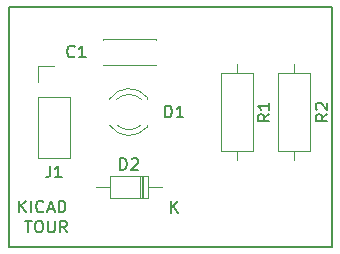
<source format=gbr>
%TF.GenerationSoftware,KiCad,Pcbnew,(5.0.0)*%
%TF.CreationDate,2018-10-05T06:04:53-03:00*%
%TF.ProjectId,LAVIGNA_GONZALO,4C415649474E415F474F4E5A414C4F2E,1*%
%TF.SameCoordinates,Original*%
%TF.FileFunction,Legend,Top*%
%TF.FilePolarity,Positive*%
%FSLAX46Y46*%
G04 Gerber Fmt 4.6, Leading zero omitted, Abs format (unit mm)*
G04 Created by KiCad (PCBNEW (5.0.0)) date 10/05/18 06:04:53*
%MOMM*%
%LPD*%
G01*
G04 APERTURE LIST*
%ADD10C,0.200000*%
%ADD11C,0.150000*%
%ADD12C,0.120000*%
G04 APERTURE END LIST*
D10*
X115165476Y-79612380D02*
X115165476Y-78612380D01*
X115736904Y-79612380D02*
X115308333Y-79040952D01*
X115736904Y-78612380D02*
X115165476Y-79183809D01*
X116165476Y-79612380D02*
X116165476Y-78612380D01*
X117213095Y-79517142D02*
X117165476Y-79564761D01*
X117022619Y-79612380D01*
X116927380Y-79612380D01*
X116784523Y-79564761D01*
X116689285Y-79469523D01*
X116641666Y-79374285D01*
X116594047Y-79183809D01*
X116594047Y-79040952D01*
X116641666Y-78850476D01*
X116689285Y-78755238D01*
X116784523Y-78660000D01*
X116927380Y-78612380D01*
X117022619Y-78612380D01*
X117165476Y-78660000D01*
X117213095Y-78707619D01*
X117594047Y-79326666D02*
X118070238Y-79326666D01*
X117498809Y-79612380D02*
X117832142Y-78612380D01*
X118165476Y-79612380D01*
X118498809Y-79612380D02*
X118498809Y-78612380D01*
X118736904Y-78612380D01*
X118879761Y-78660000D01*
X118975000Y-78755238D01*
X119022619Y-78850476D01*
X119070238Y-79040952D01*
X119070238Y-79183809D01*
X119022619Y-79374285D01*
X118975000Y-79469523D01*
X118879761Y-79564761D01*
X118736904Y-79612380D01*
X118498809Y-79612380D01*
X115641666Y-80312380D02*
X116213095Y-80312380D01*
X115927380Y-81312380D02*
X115927380Y-80312380D01*
X116736904Y-80312380D02*
X116927380Y-80312380D01*
X117022619Y-80360000D01*
X117117857Y-80455238D01*
X117165476Y-80645714D01*
X117165476Y-80979047D01*
X117117857Y-81169523D01*
X117022619Y-81264761D01*
X116927380Y-81312380D01*
X116736904Y-81312380D01*
X116641666Y-81264761D01*
X116546428Y-81169523D01*
X116498809Y-80979047D01*
X116498809Y-80645714D01*
X116546428Y-80455238D01*
X116641666Y-80360000D01*
X116736904Y-80312380D01*
X117594047Y-80312380D02*
X117594047Y-81121904D01*
X117641666Y-81217142D01*
X117689285Y-81264761D01*
X117784523Y-81312380D01*
X117975000Y-81312380D01*
X118070238Y-81264761D01*
X118117857Y-81217142D01*
X118165476Y-81121904D01*
X118165476Y-80312380D01*
X119213095Y-81312380D02*
X118879761Y-80836190D01*
X118641666Y-81312380D02*
X118641666Y-80312380D01*
X119022619Y-80312380D01*
X119117857Y-80360000D01*
X119165476Y-80407619D01*
X119213095Y-80502857D01*
X119213095Y-80645714D01*
X119165476Y-80740952D01*
X119117857Y-80788571D01*
X119022619Y-80836190D01*
X118641666Y-80836190D01*
D11*
X114300000Y-82550000D02*
X114300000Y-62230000D01*
X141605000Y-82550000D02*
X114300000Y-82550000D01*
X141605000Y-62230000D02*
X141605000Y-82550000D01*
X114300000Y-62230000D02*
X141605000Y-62230000D01*
D12*
%TO.C,R2*%
X139800000Y-67850000D02*
X137060000Y-67850000D01*
X137060000Y-67850000D02*
X137060000Y-74390000D01*
X137060000Y-74390000D02*
X139800000Y-74390000D01*
X139800000Y-74390000D02*
X139800000Y-67850000D01*
X138430000Y-67080000D02*
X138430000Y-67850000D01*
X138430000Y-75160000D02*
X138430000Y-74390000D01*
%TO.C,C1*%
X126770000Y-67110000D02*
X122230000Y-67110000D01*
X126770000Y-64970000D02*
X122230000Y-64970000D01*
X126770000Y-67110000D02*
X126770000Y-67095000D01*
X126770000Y-64985000D02*
X126770000Y-64970000D01*
X122230000Y-67110000D02*
X122230000Y-67095000D01*
X122230000Y-64985000D02*
X122230000Y-64970000D01*
%TO.C,D1*%
X122787665Y-72198608D02*
G75*
G03X126020000Y-72355516I1672335J1078608D01*
G01*
X122787665Y-70041392D02*
G75*
G02X126020000Y-69884484I1672335J-1078608D01*
G01*
X123418870Y-72199837D02*
G75*
G03X125500961Y-72200000I1041130J1079837D01*
G01*
X123418870Y-70040163D02*
G75*
G02X125500961Y-70040000I1041130J-1079837D01*
G01*
X126020000Y-72356000D02*
X126020000Y-72200000D01*
X126020000Y-70040000D02*
X126020000Y-69884000D01*
%TO.C,D2*%
X126100000Y-78390000D02*
X126100000Y-76550000D01*
X126100000Y-76550000D02*
X122820000Y-76550000D01*
X122820000Y-76550000D02*
X122820000Y-78390000D01*
X122820000Y-78390000D02*
X126100000Y-78390000D01*
X127280000Y-77470000D02*
X126100000Y-77470000D01*
X121640000Y-77470000D02*
X122820000Y-77470000D01*
X125524000Y-78390000D02*
X125524000Y-76550000D01*
X125404000Y-78390000D02*
X125404000Y-76550000D01*
X125644000Y-78390000D02*
X125644000Y-76550000D01*
%TO.C,J1*%
X116780000Y-74990000D02*
X119440000Y-74990000D01*
X116780000Y-69850000D02*
X116780000Y-74990000D01*
X119440000Y-69850000D02*
X119440000Y-74990000D01*
X116780000Y-69850000D02*
X119440000Y-69850000D01*
X116780000Y-68580000D02*
X116780000Y-67250000D01*
X116780000Y-67250000D02*
X118110000Y-67250000D01*
%TO.C,R1*%
X134974000Y-67850000D02*
X132234000Y-67850000D01*
X132234000Y-67850000D02*
X132234000Y-74390000D01*
X132234000Y-74390000D02*
X134974000Y-74390000D01*
X134974000Y-74390000D02*
X134974000Y-67850000D01*
X133604000Y-67080000D02*
X133604000Y-67850000D01*
X133604000Y-75160000D02*
X133604000Y-74390000D01*
%TD*%
%TO.C,R2*%
D11*
X141252380Y-71286666D02*
X140776190Y-71620000D01*
X141252380Y-71858095D02*
X140252380Y-71858095D01*
X140252380Y-71477142D01*
X140300000Y-71381904D01*
X140347619Y-71334285D01*
X140442857Y-71286666D01*
X140585714Y-71286666D01*
X140680952Y-71334285D01*
X140728571Y-71381904D01*
X140776190Y-71477142D01*
X140776190Y-71858095D01*
X140347619Y-70905714D02*
X140300000Y-70858095D01*
X140252380Y-70762857D01*
X140252380Y-70524761D01*
X140300000Y-70429523D01*
X140347619Y-70381904D01*
X140442857Y-70334285D01*
X140538095Y-70334285D01*
X140680952Y-70381904D01*
X141252380Y-70953333D01*
X141252380Y-70334285D01*
%TO.C,C1*%
X119848333Y-66397142D02*
X119800714Y-66444761D01*
X119657857Y-66492380D01*
X119562619Y-66492380D01*
X119419761Y-66444761D01*
X119324523Y-66349523D01*
X119276904Y-66254285D01*
X119229285Y-66063809D01*
X119229285Y-65920952D01*
X119276904Y-65730476D01*
X119324523Y-65635238D01*
X119419761Y-65540000D01*
X119562619Y-65492380D01*
X119657857Y-65492380D01*
X119800714Y-65540000D01*
X119848333Y-65587619D01*
X120800714Y-66492380D02*
X120229285Y-66492380D01*
X120515000Y-66492380D02*
X120515000Y-65492380D01*
X120419761Y-65635238D01*
X120324523Y-65730476D01*
X120229285Y-65778095D01*
%TO.C,D1*%
X127531904Y-71572380D02*
X127531904Y-70572380D01*
X127770000Y-70572380D01*
X127912857Y-70620000D01*
X128008095Y-70715238D01*
X128055714Y-70810476D01*
X128103333Y-71000952D01*
X128103333Y-71143809D01*
X128055714Y-71334285D01*
X128008095Y-71429523D01*
X127912857Y-71524761D01*
X127770000Y-71572380D01*
X127531904Y-71572380D01*
X129055714Y-71572380D02*
X128484285Y-71572380D01*
X128770000Y-71572380D02*
X128770000Y-70572380D01*
X128674761Y-70715238D01*
X128579523Y-70810476D01*
X128484285Y-70858095D01*
%TO.C,D2*%
X123721904Y-76017380D02*
X123721904Y-75017380D01*
X123960000Y-75017380D01*
X124102857Y-75065000D01*
X124198095Y-75160238D01*
X124245714Y-75255476D01*
X124293333Y-75445952D01*
X124293333Y-75588809D01*
X124245714Y-75779285D01*
X124198095Y-75874523D01*
X124102857Y-75969761D01*
X123960000Y-76017380D01*
X123721904Y-76017380D01*
X124674285Y-75112619D02*
X124721904Y-75065000D01*
X124817142Y-75017380D01*
X125055238Y-75017380D01*
X125150476Y-75065000D01*
X125198095Y-75112619D01*
X125245714Y-75207857D01*
X125245714Y-75303095D01*
X125198095Y-75445952D01*
X124626666Y-76017380D01*
X125245714Y-76017380D01*
X128008095Y-79672380D02*
X128008095Y-78672380D01*
X128579523Y-79672380D02*
X128150952Y-79100952D01*
X128579523Y-78672380D02*
X128008095Y-79243809D01*
%TO.C,J1*%
X117776666Y-75652380D02*
X117776666Y-76366666D01*
X117729047Y-76509523D01*
X117633809Y-76604761D01*
X117490952Y-76652380D01*
X117395714Y-76652380D01*
X118776666Y-76652380D02*
X118205238Y-76652380D01*
X118490952Y-76652380D02*
X118490952Y-75652380D01*
X118395714Y-75795238D01*
X118300476Y-75890476D01*
X118205238Y-75938095D01*
%TO.C,R1*%
X136342380Y-71286666D02*
X135866190Y-71620000D01*
X136342380Y-71858095D02*
X135342380Y-71858095D01*
X135342380Y-71477142D01*
X135390000Y-71381904D01*
X135437619Y-71334285D01*
X135532857Y-71286666D01*
X135675714Y-71286666D01*
X135770952Y-71334285D01*
X135818571Y-71381904D01*
X135866190Y-71477142D01*
X135866190Y-71858095D01*
X136342380Y-70334285D02*
X136342380Y-70905714D01*
X136342380Y-70620000D02*
X135342380Y-70620000D01*
X135485238Y-70715238D01*
X135580476Y-70810476D01*
X135628095Y-70905714D01*
%TD*%
M02*

</source>
